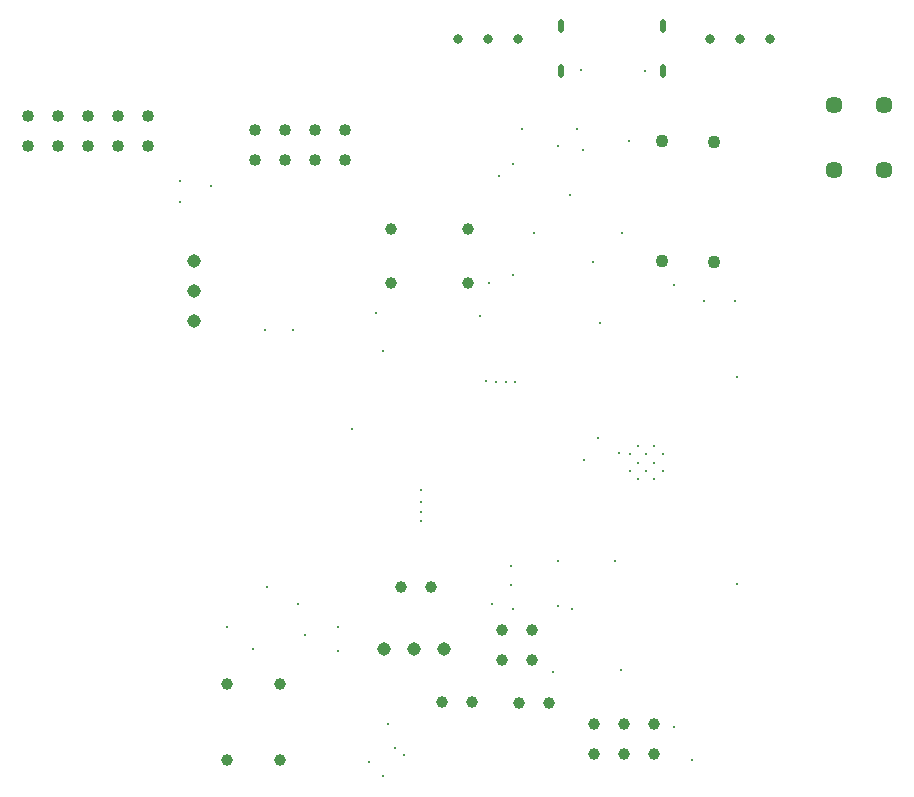
<source format=gbr>
%TF.GenerationSoftware,KiCad,Pcbnew,8.0.8*%
%TF.CreationDate,2025-03-13T10:45:48-05:00*%
%TF.ProjectId,Final Project V1,46696e61-6c20-4507-926f-6a6563742056,rev?*%
%TF.SameCoordinates,Original*%
%TF.FileFunction,Plated,1,2,PTH,Mixed*%
%TF.FilePolarity,Positive*%
%FSLAX46Y46*%
G04 Gerber Fmt 4.6, Leading zero omitted, Abs format (unit mm)*
G04 Created by KiCad (PCBNEW 8.0.8) date 2025-03-13 10:45:48*
%MOMM*%
%LPD*%
G01*
G04 APERTURE LIST*
%TA.AperFunction,ComponentDrill*%
%ADD10C,0.200000*%
%TD*%
%TA.AperFunction,ViaDrill*%
%ADD11C,0.300000*%
%TD*%
G04 aperture for slot hole*
%TA.AperFunction,ComponentDrill*%
%ADD12C,0.500000*%
%TD*%
%TA.AperFunction,ComponentDrill*%
%ADD13C,0.800000*%
%TD*%
%TA.AperFunction,ComponentDrill*%
%ADD14C,0.990000*%
%TD*%
%TA.AperFunction,ComponentDrill*%
%ADD15C,1.000000*%
%TD*%
%TA.AperFunction,ComponentDrill*%
%ADD16C,1.016000*%
%TD*%
%TA.AperFunction,ComponentDrill*%
%ADD17C,1.020000*%
%TD*%
%TA.AperFunction,ComponentDrill*%
%ADD18C,1.100000*%
%TD*%
%TA.AperFunction,ComponentDrill*%
%ADD19C,1.143000*%
%TD*%
%TA.AperFunction,ComponentDrill*%
%ADD20C,1.447800*%
%TD*%
G04 APERTURE END LIST*
D10*
%TO.C,U2*%
X201880000Y-107750000D03*
X201880000Y-109150000D03*
X202580000Y-107050000D03*
X202580000Y-108450000D03*
X202580000Y-109850000D03*
X203280000Y-107750000D03*
X203280000Y-109150000D03*
X203980000Y-107050000D03*
X203980000Y-108450000D03*
X203980000Y-109850000D03*
X204680000Y-107750000D03*
X204680000Y-109150000D03*
%TD*%
D11*
X163800000Y-84600000D03*
X163800000Y-86400000D03*
X166400000Y-85000000D03*
X167800000Y-122400000D03*
X170000000Y-124200000D03*
X171000000Y-97200000D03*
X171200000Y-119000000D03*
X173400000Y-97200000D03*
X173800000Y-120400000D03*
X174400000Y-123000000D03*
X177200000Y-122400000D03*
X177200000Y-124400000D03*
X178400000Y-105600000D03*
X179800000Y-133800000D03*
X180437500Y-95800000D03*
X181000000Y-99000000D03*
X181000000Y-135000000D03*
X181400000Y-130600000D03*
X182000000Y-132600000D03*
X182800000Y-133200000D03*
X184200000Y-110800000D03*
X184200000Y-111800000D03*
X184200000Y-112600000D03*
X184200000Y-113400000D03*
X189200000Y-96000000D03*
X189700000Y-101500000D03*
X190000000Y-93200000D03*
X190200000Y-120400000D03*
X190600000Y-101600000D03*
X190800000Y-84200000D03*
X191400000Y-101600000D03*
X191800000Y-117200000D03*
X191800000Y-118800000D03*
X192000000Y-92600000D03*
X192000000Y-120800000D03*
X192037500Y-83200000D03*
X192200000Y-101600000D03*
X192800000Y-80200000D03*
X193800000Y-89037500D03*
X195400000Y-126200000D03*
X195800000Y-81600000D03*
X195800000Y-116800000D03*
X195800000Y-120600000D03*
X196837500Y-85800000D03*
X197000000Y-120800000D03*
X197400000Y-80200000D03*
X197777815Y-75179315D03*
X197945000Y-82000000D03*
X198000000Y-108200000D03*
X198800000Y-91450000D03*
X199200000Y-106400000D03*
X199400000Y-96600000D03*
X200600000Y-116800000D03*
X201000000Y-107600000D03*
X201187500Y-126012500D03*
X201200000Y-89037500D03*
X201800000Y-81200000D03*
X203150000Y-75305000D03*
X205600000Y-93400000D03*
X205600000Y-130800000D03*
X207200000Y-133600000D03*
X208200000Y-94762500D03*
X210800000Y-94762500D03*
X211000000Y-101200000D03*
X211000000Y-118700000D03*
D12*
%TO.C,USB-C1*%
X196080000Y-71150000D02*
X196080000Y-71850000D01*
X196080000Y-74950000D02*
X196080000Y-75650000D01*
X204720000Y-71150000D02*
X204720000Y-71850000D01*
X204720000Y-74950000D02*
X204720000Y-75650000D01*
D13*
%TO.C,SW4*%
X187320000Y-72600000D03*
X189860000Y-72600000D03*
X192400000Y-72600000D03*
%TO.C,SW5*%
X208720000Y-72600000D03*
X211260000Y-72600000D03*
X213800000Y-72600000D03*
D14*
%TO.C,SW6*%
X167750000Y-127150000D03*
X167750000Y-133650000D03*
X172250000Y-127150000D03*
X172250000Y-133650000D03*
%TO.C,SW3*%
X181700000Y-88700000D03*
X181700000Y-93200000D03*
X188200000Y-88700000D03*
X188200000Y-93200000D03*
D15*
%TO.C,J7*%
X182535000Y-119000000D03*
X185075000Y-119000000D03*
%TO.C,J5*%
X186025000Y-128750000D03*
X188565000Y-128750000D03*
%TO.C,J3*%
X191060000Y-122600000D03*
X191060000Y-125140000D03*
%TO.C,J4*%
X192535000Y-128800000D03*
%TO.C,J3*%
X193600000Y-122600000D03*
X193600000Y-125140000D03*
%TO.C,J4*%
X195075000Y-128800000D03*
%TO.C,J2*%
X198860000Y-130600000D03*
X198860000Y-133140000D03*
X201400000Y-130600000D03*
X201400000Y-133140000D03*
X203940000Y-130600000D03*
X203940000Y-133140000D03*
D16*
%TO.C,J9*%
X150920000Y-79079700D03*
X150920000Y-81619700D03*
X153460000Y-79079700D03*
X153460000Y-81619700D03*
X156000000Y-79079700D03*
X156000000Y-81619700D03*
X158540000Y-79079700D03*
X158540000Y-81619700D03*
X161080000Y-79079700D03*
X161080000Y-81619700D03*
D17*
%TO.C,J8*%
X170190000Y-80287500D03*
X170190000Y-82827500D03*
X172730000Y-80287500D03*
X172730000Y-82827500D03*
X175270000Y-80287500D03*
X175270000Y-82827500D03*
X177810000Y-80287500D03*
X177810000Y-82827500D03*
D18*
%TO.C,D1*%
X204600000Y-81240000D03*
X204600000Y-91400000D03*
%TO.C,D2*%
X209000000Y-81320000D03*
X209000000Y-91480000D03*
D19*
%TO.C,U4*%
X165000000Y-91400000D03*
X165000000Y-93940000D03*
X165000000Y-96480000D03*
%TO.C,U5*%
X181060000Y-124200000D03*
X183600000Y-124200000D03*
X186140000Y-124200000D03*
D20*
%TO.C,J1*%
X219200000Y-78200000D03*
X219200000Y-83699999D03*
X223399998Y-78200000D03*
X223399998Y-83699999D03*
M02*

</source>
